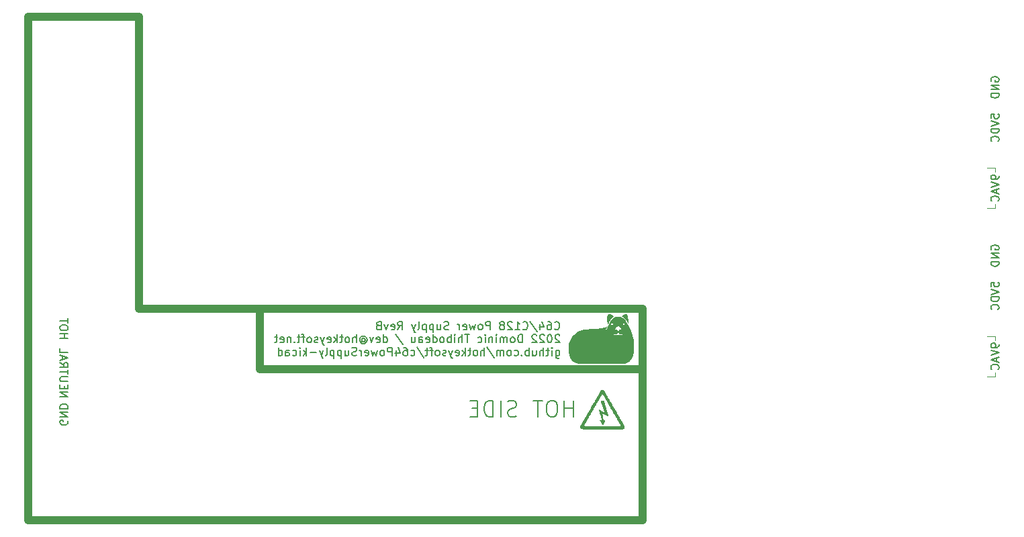
<source format=gbo>
G04 #@! TF.GenerationSoftware,KiCad,Pcbnew,(6.0.7)*
G04 #@! TF.CreationDate,2022-09-18T10:38:10-04:00*
G04 #@! TF.ProjectId,C64PowerSupply,43363450-6f77-4657-9253-7570706c792e,B*
G04 #@! TF.SameCoordinates,Original*
G04 #@! TF.FileFunction,Legend,Bot*
G04 #@! TF.FilePolarity,Positive*
%FSLAX46Y46*%
G04 Gerber Fmt 4.6, Leading zero omitted, Abs format (unit mm)*
G04 Created by KiCad (PCBNEW (6.0.7)) date 2022-09-18 10:38:10*
%MOMM*%
%LPD*%
G01*
G04 APERTURE LIST*
%ADD10C,0.120000*%
%ADD11C,1.000000*%
%ADD12C,0.150000*%
%ADD13C,0.203200*%
%ADD14C,5.080000*%
%ADD15R,3.048000X3.048000*%
%ADD16C,3.400000*%
%ADD17R,2.600000X2.600000*%
%ADD18C,2.600000*%
%ADD19C,2.500000*%
%ADD20R,2.400000X2.400000*%
%ADD21C,2.400000*%
%ADD22C,5.700000*%
%ADD23C,1.440000*%
%ADD24C,0.770000*%
%ADD25C,1.800000*%
%ADD26R,2.000000X2.000000*%
%ADD27C,2.000000*%
G04 APERTURE END LIST*
D10*
X191770000Y-102510000D02*
X190754000Y-102510000D01*
D11*
X83820000Y-99060000D02*
X99060000Y-99060000D01*
X99060000Y-106680000D01*
X147320000Y-106680000D01*
X147320000Y-125730000D01*
X69850000Y-125730000D01*
X69850000Y-62230000D01*
X83820000Y-62230000D01*
X83820000Y-99060000D01*
D10*
X191770000Y-102510000D02*
X191770000Y-103018000D01*
X190754000Y-107590000D02*
X191770000Y-107590000D01*
X191770000Y-85852000D02*
X191770000Y-86360000D01*
D11*
X99060000Y-106680000D02*
X147320000Y-106680000D01*
X147320000Y-106680000D02*
X147320000Y-99060000D01*
X147320000Y-99060000D02*
X99060000Y-99060000D01*
X99060000Y-99060000D02*
X99060000Y-106680000D01*
D10*
X191770000Y-81280000D02*
X191770000Y-81788000D01*
X190754000Y-86360000D02*
X191770000Y-86360000D01*
X191770000Y-107082000D02*
X191770000Y-107590000D01*
X191770000Y-81280000D02*
X190754000Y-81280000D01*
D12*
X74795000Y-113156904D02*
X74842619Y-113252142D01*
X74842619Y-113395000D01*
X74795000Y-113537857D01*
X74699761Y-113633095D01*
X74604523Y-113680714D01*
X74414047Y-113728333D01*
X74271190Y-113728333D01*
X74080714Y-113680714D01*
X73985476Y-113633095D01*
X73890238Y-113537857D01*
X73842619Y-113395000D01*
X73842619Y-113299761D01*
X73890238Y-113156904D01*
X73937857Y-113109285D01*
X74271190Y-113109285D01*
X74271190Y-113299761D01*
X73842619Y-112680714D02*
X74842619Y-112680714D01*
X73842619Y-112109285D01*
X74842619Y-112109285D01*
X73842619Y-111633095D02*
X74842619Y-111633095D01*
X74842619Y-111395000D01*
X74795000Y-111252142D01*
X74699761Y-111156904D01*
X74604523Y-111109285D01*
X74414047Y-111061666D01*
X74271190Y-111061666D01*
X74080714Y-111109285D01*
X73985476Y-111156904D01*
X73890238Y-111252142D01*
X73842619Y-111395000D01*
X73842619Y-111633095D01*
X73842619Y-110164190D02*
X74842619Y-110164190D01*
X73842619Y-109592761D01*
X74842619Y-109592761D01*
X74366428Y-109116571D02*
X74366428Y-108783238D01*
X73842619Y-108640380D02*
X73842619Y-109116571D01*
X74842619Y-109116571D01*
X74842619Y-108640380D01*
X74842619Y-108211809D02*
X74033095Y-108211809D01*
X73937857Y-108164190D01*
X73890238Y-108116571D01*
X73842619Y-108021333D01*
X73842619Y-107830857D01*
X73890238Y-107735619D01*
X73937857Y-107688000D01*
X74033095Y-107640380D01*
X74842619Y-107640380D01*
X74842619Y-107307047D02*
X74842619Y-106735619D01*
X73842619Y-107021333D02*
X74842619Y-107021333D01*
X73842619Y-105830857D02*
X74318809Y-106164190D01*
X73842619Y-106402285D02*
X74842619Y-106402285D01*
X74842619Y-106021333D01*
X74795000Y-105926095D01*
X74747380Y-105878476D01*
X74652142Y-105830857D01*
X74509285Y-105830857D01*
X74414047Y-105878476D01*
X74366428Y-105926095D01*
X74318809Y-106021333D01*
X74318809Y-106402285D01*
X74128333Y-105449904D02*
X74128333Y-104973714D01*
X73842619Y-105545142D02*
X74842619Y-105211809D01*
X73842619Y-104878476D01*
X73842619Y-104068952D02*
X73842619Y-104545142D01*
X74842619Y-104545142D01*
X73842619Y-102790476D02*
X74842619Y-102790476D01*
X74366428Y-102790476D02*
X74366428Y-102219047D01*
X73842619Y-102219047D02*
X74842619Y-102219047D01*
X74842619Y-101552380D02*
X74842619Y-101361904D01*
X74795000Y-101266666D01*
X74699761Y-101171428D01*
X74509285Y-101123809D01*
X74175952Y-101123809D01*
X73985476Y-101171428D01*
X73890238Y-101266666D01*
X73842619Y-101361904D01*
X73842619Y-101552380D01*
X73890238Y-101647619D01*
X73985476Y-101742857D01*
X74175952Y-101790476D01*
X74509285Y-101790476D01*
X74699761Y-101742857D01*
X74795000Y-101647619D01*
X74842619Y-101552380D01*
X74842619Y-100838095D02*
X74842619Y-100266666D01*
X73842619Y-100552380D02*
X74842619Y-100552380D01*
X191222380Y-75009523D02*
X191222380Y-74533333D01*
X191698571Y-74485714D01*
X191650952Y-74533333D01*
X191603333Y-74628571D01*
X191603333Y-74866666D01*
X191650952Y-74961904D01*
X191698571Y-75009523D01*
X191793809Y-75057142D01*
X192031904Y-75057142D01*
X192127142Y-75009523D01*
X192174761Y-74961904D01*
X192222380Y-74866666D01*
X192222380Y-74628571D01*
X192174761Y-74533333D01*
X192127142Y-74485714D01*
X191222380Y-75342857D02*
X192222380Y-75676190D01*
X191222380Y-76009523D01*
X192222380Y-76342857D02*
X191222380Y-76342857D01*
X191222380Y-76580952D01*
X191270000Y-76723809D01*
X191365238Y-76819047D01*
X191460476Y-76866666D01*
X191650952Y-76914285D01*
X191793809Y-76914285D01*
X191984285Y-76866666D01*
X192079523Y-76819047D01*
X192174761Y-76723809D01*
X192222380Y-76580952D01*
X192222380Y-76342857D01*
X192127142Y-77914285D02*
X192174761Y-77866666D01*
X192222380Y-77723809D01*
X192222380Y-77628571D01*
X192174761Y-77485714D01*
X192079523Y-77390476D01*
X191984285Y-77342857D01*
X191793809Y-77295238D01*
X191650952Y-77295238D01*
X191460476Y-77342857D01*
X191365238Y-77390476D01*
X191270000Y-77485714D01*
X191222380Y-77628571D01*
X191222380Y-77723809D01*
X191270000Y-77866666D01*
X191317619Y-77914285D01*
X192222380Y-103502380D02*
X192222380Y-103692857D01*
X192174761Y-103788095D01*
X192127142Y-103835714D01*
X191984285Y-103930952D01*
X191793809Y-103978571D01*
X191412857Y-103978571D01*
X191317619Y-103930952D01*
X191270000Y-103883333D01*
X191222380Y-103788095D01*
X191222380Y-103597619D01*
X191270000Y-103502380D01*
X191317619Y-103454761D01*
X191412857Y-103407142D01*
X191650952Y-103407142D01*
X191746190Y-103454761D01*
X191793809Y-103502380D01*
X191841428Y-103597619D01*
X191841428Y-103788095D01*
X191793809Y-103883333D01*
X191746190Y-103930952D01*
X191650952Y-103978571D01*
X191222380Y-104264285D02*
X192222380Y-104597619D01*
X191222380Y-104930952D01*
X191936666Y-105216666D02*
X191936666Y-105692857D01*
X192222380Y-105121428D02*
X191222380Y-105454761D01*
X192222380Y-105788095D01*
X192127142Y-106692857D02*
X192174761Y-106645238D01*
X192222380Y-106502380D01*
X192222380Y-106407142D01*
X192174761Y-106264285D01*
X192079523Y-106169047D01*
X191984285Y-106121428D01*
X191793809Y-106073809D01*
X191650952Y-106073809D01*
X191460476Y-106121428D01*
X191365238Y-106169047D01*
X191270000Y-106264285D01*
X191222380Y-106407142D01*
X191222380Y-106502380D01*
X191270000Y-106645238D01*
X191317619Y-106692857D01*
D13*
X138556190Y-112664761D02*
X138556190Y-110664761D01*
X138556190Y-111617142D02*
X137413333Y-111617142D01*
X137413333Y-112664761D02*
X137413333Y-110664761D01*
X136080000Y-110664761D02*
X135699047Y-110664761D01*
X135508571Y-110760000D01*
X135318095Y-110950476D01*
X135222857Y-111331428D01*
X135222857Y-111998095D01*
X135318095Y-112379047D01*
X135508571Y-112569523D01*
X135699047Y-112664761D01*
X136080000Y-112664761D01*
X136270476Y-112569523D01*
X136460952Y-112379047D01*
X136556190Y-111998095D01*
X136556190Y-111331428D01*
X136460952Y-110950476D01*
X136270476Y-110760000D01*
X136080000Y-110664761D01*
X134651428Y-110664761D02*
X133508571Y-110664761D01*
X134080000Y-112664761D02*
X134080000Y-110664761D01*
X131413333Y-112569523D02*
X131127619Y-112664761D01*
X130651428Y-112664761D01*
X130460952Y-112569523D01*
X130365714Y-112474285D01*
X130270476Y-112283809D01*
X130270476Y-112093333D01*
X130365714Y-111902857D01*
X130460952Y-111807619D01*
X130651428Y-111712380D01*
X131032380Y-111617142D01*
X131222857Y-111521904D01*
X131318095Y-111426666D01*
X131413333Y-111236190D01*
X131413333Y-111045714D01*
X131318095Y-110855238D01*
X131222857Y-110760000D01*
X131032380Y-110664761D01*
X130556190Y-110664761D01*
X130270476Y-110760000D01*
X129413333Y-112664761D02*
X129413333Y-110664761D01*
X128460952Y-112664761D02*
X128460952Y-110664761D01*
X127984761Y-110664761D01*
X127699047Y-110760000D01*
X127508571Y-110950476D01*
X127413333Y-111140952D01*
X127318095Y-111521904D01*
X127318095Y-111807619D01*
X127413333Y-112188571D01*
X127508571Y-112379047D01*
X127699047Y-112569523D01*
X127984761Y-112664761D01*
X128460952Y-112664761D01*
X126460952Y-111617142D02*
X125794285Y-111617142D01*
X125508571Y-112664761D02*
X126460952Y-112664761D01*
X126460952Y-110664761D01*
X125508571Y-110664761D01*
D12*
X191222380Y-96239523D02*
X191222380Y-95763333D01*
X191698571Y-95715714D01*
X191650952Y-95763333D01*
X191603333Y-95858571D01*
X191603333Y-96096666D01*
X191650952Y-96191904D01*
X191698571Y-96239523D01*
X191793809Y-96287142D01*
X192031904Y-96287142D01*
X192127142Y-96239523D01*
X192174761Y-96191904D01*
X192222380Y-96096666D01*
X192222380Y-95858571D01*
X192174761Y-95763333D01*
X192127142Y-95715714D01*
X191222380Y-96572857D02*
X192222380Y-96906190D01*
X191222380Y-97239523D01*
X192222380Y-97572857D02*
X191222380Y-97572857D01*
X191222380Y-97810952D01*
X191270000Y-97953809D01*
X191365238Y-98049047D01*
X191460476Y-98096666D01*
X191650952Y-98144285D01*
X191793809Y-98144285D01*
X191984285Y-98096666D01*
X192079523Y-98049047D01*
X192174761Y-97953809D01*
X192222380Y-97810952D01*
X192222380Y-97572857D01*
X192127142Y-99144285D02*
X192174761Y-99096666D01*
X192222380Y-98953809D01*
X192222380Y-98858571D01*
X192174761Y-98715714D01*
X192079523Y-98620476D01*
X191984285Y-98572857D01*
X191793809Y-98525238D01*
X191650952Y-98525238D01*
X191460476Y-98572857D01*
X191365238Y-98620476D01*
X191270000Y-98715714D01*
X191222380Y-98858571D01*
X191222380Y-98953809D01*
X191270000Y-99096666D01*
X191317619Y-99144285D01*
X191270000Y-70358095D02*
X191222380Y-70262857D01*
X191222380Y-70120000D01*
X191270000Y-69977142D01*
X191365238Y-69881904D01*
X191460476Y-69834285D01*
X191650952Y-69786666D01*
X191793809Y-69786666D01*
X191984285Y-69834285D01*
X192079523Y-69881904D01*
X192174761Y-69977142D01*
X192222380Y-70120000D01*
X192222380Y-70215238D01*
X192174761Y-70358095D01*
X192127142Y-70405714D01*
X191793809Y-70405714D01*
X191793809Y-70215238D01*
X192222380Y-70834285D02*
X191222380Y-70834285D01*
X192222380Y-71405714D01*
X191222380Y-71405714D01*
X192222380Y-71881904D02*
X191222380Y-71881904D01*
X191222380Y-72120000D01*
X191270000Y-72262857D01*
X191365238Y-72358095D01*
X191460476Y-72405714D01*
X191650952Y-72453333D01*
X191793809Y-72453333D01*
X191984285Y-72405714D01*
X192079523Y-72358095D01*
X192174761Y-72262857D01*
X192222380Y-72120000D01*
X192222380Y-71881904D01*
X192222380Y-82272380D02*
X192222380Y-82462857D01*
X192174761Y-82558095D01*
X192127142Y-82605714D01*
X191984285Y-82700952D01*
X191793809Y-82748571D01*
X191412857Y-82748571D01*
X191317619Y-82700952D01*
X191270000Y-82653333D01*
X191222380Y-82558095D01*
X191222380Y-82367619D01*
X191270000Y-82272380D01*
X191317619Y-82224761D01*
X191412857Y-82177142D01*
X191650952Y-82177142D01*
X191746190Y-82224761D01*
X191793809Y-82272380D01*
X191841428Y-82367619D01*
X191841428Y-82558095D01*
X191793809Y-82653333D01*
X191746190Y-82700952D01*
X191650952Y-82748571D01*
X191222380Y-83034285D02*
X192222380Y-83367619D01*
X191222380Y-83700952D01*
X191936666Y-83986666D02*
X191936666Y-84462857D01*
X192222380Y-83891428D02*
X191222380Y-84224761D01*
X192222380Y-84558095D01*
X192127142Y-85462857D02*
X192174761Y-85415238D01*
X192222380Y-85272380D01*
X192222380Y-85177142D01*
X192174761Y-85034285D01*
X192079523Y-84939047D01*
X191984285Y-84891428D01*
X191793809Y-84843809D01*
X191650952Y-84843809D01*
X191460476Y-84891428D01*
X191365238Y-84939047D01*
X191270000Y-85034285D01*
X191222380Y-85177142D01*
X191222380Y-85272380D01*
X191270000Y-85415238D01*
X191317619Y-85462857D01*
X191270000Y-91588095D02*
X191222380Y-91492857D01*
X191222380Y-91350000D01*
X191270000Y-91207142D01*
X191365238Y-91111904D01*
X191460476Y-91064285D01*
X191650952Y-91016666D01*
X191793809Y-91016666D01*
X191984285Y-91064285D01*
X192079523Y-91111904D01*
X192174761Y-91207142D01*
X192222380Y-91350000D01*
X192222380Y-91445238D01*
X192174761Y-91588095D01*
X192127142Y-91635714D01*
X191793809Y-91635714D01*
X191793809Y-91445238D01*
X192222380Y-92064285D02*
X191222380Y-92064285D01*
X192222380Y-92635714D01*
X191222380Y-92635714D01*
X192222380Y-93111904D02*
X191222380Y-93111904D01*
X191222380Y-93350000D01*
X191270000Y-93492857D01*
X191365238Y-93588095D01*
X191460476Y-93635714D01*
X191650952Y-93683333D01*
X191793809Y-93683333D01*
X191984285Y-93635714D01*
X192079523Y-93588095D01*
X192174761Y-93492857D01*
X192222380Y-93350000D01*
X192222380Y-93111904D01*
D13*
X136205443Y-101597097D02*
X136253824Y-101645478D01*
X136398967Y-101693859D01*
X136495729Y-101693859D01*
X136640872Y-101645478D01*
X136737634Y-101548716D01*
X136786015Y-101451954D01*
X136834396Y-101258430D01*
X136834396Y-101113287D01*
X136786015Y-100919763D01*
X136737634Y-100823001D01*
X136640872Y-100726240D01*
X136495729Y-100677859D01*
X136398967Y-100677859D01*
X136253824Y-100726240D01*
X136205443Y-100774620D01*
X135334586Y-100677859D02*
X135528110Y-100677859D01*
X135624872Y-100726240D01*
X135673253Y-100774620D01*
X135770015Y-100919763D01*
X135818396Y-101113287D01*
X135818396Y-101500335D01*
X135770015Y-101597097D01*
X135721634Y-101645478D01*
X135624872Y-101693859D01*
X135431348Y-101693859D01*
X135334586Y-101645478D01*
X135286205Y-101597097D01*
X135237824Y-101500335D01*
X135237824Y-101258430D01*
X135286205Y-101161668D01*
X135334586Y-101113287D01*
X135431348Y-101064906D01*
X135624872Y-101064906D01*
X135721634Y-101113287D01*
X135770015Y-101161668D01*
X135818396Y-101258430D01*
X134366967Y-101016525D02*
X134366967Y-101693859D01*
X134608872Y-100629478D02*
X134850777Y-101355192D01*
X134221824Y-101355192D01*
X133109062Y-100629478D02*
X133979920Y-101935763D01*
X132189824Y-101597097D02*
X132238205Y-101645478D01*
X132383348Y-101693859D01*
X132480110Y-101693859D01*
X132625253Y-101645478D01*
X132722015Y-101548716D01*
X132770396Y-101451954D01*
X132818777Y-101258430D01*
X132818777Y-101113287D01*
X132770396Y-100919763D01*
X132722015Y-100823001D01*
X132625253Y-100726240D01*
X132480110Y-100677859D01*
X132383348Y-100677859D01*
X132238205Y-100726240D01*
X132189824Y-100774620D01*
X131222205Y-101693859D02*
X131802777Y-101693859D01*
X131512491Y-101693859D02*
X131512491Y-100677859D01*
X131609253Y-100823001D01*
X131706015Y-100919763D01*
X131802777Y-100968144D01*
X130835158Y-100774620D02*
X130786777Y-100726240D01*
X130690015Y-100677859D01*
X130448110Y-100677859D01*
X130351348Y-100726240D01*
X130302967Y-100774620D01*
X130254586Y-100871382D01*
X130254586Y-100968144D01*
X130302967Y-101113287D01*
X130883539Y-101693859D01*
X130254586Y-101693859D01*
X129674015Y-101113287D02*
X129770777Y-101064906D01*
X129819158Y-101016525D01*
X129867539Y-100919763D01*
X129867539Y-100871382D01*
X129819158Y-100774620D01*
X129770777Y-100726240D01*
X129674015Y-100677859D01*
X129480491Y-100677859D01*
X129383729Y-100726240D01*
X129335348Y-100774620D01*
X129286967Y-100871382D01*
X129286967Y-100919763D01*
X129335348Y-101016525D01*
X129383729Y-101064906D01*
X129480491Y-101113287D01*
X129674015Y-101113287D01*
X129770777Y-101161668D01*
X129819158Y-101210049D01*
X129867539Y-101306811D01*
X129867539Y-101500335D01*
X129819158Y-101597097D01*
X129770777Y-101645478D01*
X129674015Y-101693859D01*
X129480491Y-101693859D01*
X129383729Y-101645478D01*
X129335348Y-101597097D01*
X129286967Y-101500335D01*
X129286967Y-101306811D01*
X129335348Y-101210049D01*
X129383729Y-101161668D01*
X129480491Y-101113287D01*
X128077443Y-101693859D02*
X128077443Y-100677859D01*
X127690396Y-100677859D01*
X127593634Y-100726240D01*
X127545253Y-100774620D01*
X127496872Y-100871382D01*
X127496872Y-101016525D01*
X127545253Y-101113287D01*
X127593634Y-101161668D01*
X127690396Y-101210049D01*
X128077443Y-101210049D01*
X126916300Y-101693859D02*
X127013062Y-101645478D01*
X127061443Y-101597097D01*
X127109824Y-101500335D01*
X127109824Y-101210049D01*
X127061443Y-101113287D01*
X127013062Y-101064906D01*
X126916300Y-101016525D01*
X126771158Y-101016525D01*
X126674396Y-101064906D01*
X126626015Y-101113287D01*
X126577634Y-101210049D01*
X126577634Y-101500335D01*
X126626015Y-101597097D01*
X126674396Y-101645478D01*
X126771158Y-101693859D01*
X126916300Y-101693859D01*
X126238967Y-101016525D02*
X126045443Y-101693859D01*
X125851920Y-101210049D01*
X125658396Y-101693859D01*
X125464872Y-101016525D01*
X124690777Y-101645478D02*
X124787539Y-101693859D01*
X124981062Y-101693859D01*
X125077824Y-101645478D01*
X125126205Y-101548716D01*
X125126205Y-101161668D01*
X125077824Y-101064906D01*
X124981062Y-101016525D01*
X124787539Y-101016525D01*
X124690777Y-101064906D01*
X124642396Y-101161668D01*
X124642396Y-101258430D01*
X125126205Y-101355192D01*
X124206967Y-101693859D02*
X124206967Y-101016525D01*
X124206967Y-101210049D02*
X124158586Y-101113287D01*
X124110205Y-101064906D01*
X124013443Y-101016525D01*
X123916681Y-101016525D01*
X122852300Y-101645478D02*
X122707158Y-101693859D01*
X122465253Y-101693859D01*
X122368491Y-101645478D01*
X122320110Y-101597097D01*
X122271729Y-101500335D01*
X122271729Y-101403573D01*
X122320110Y-101306811D01*
X122368491Y-101258430D01*
X122465253Y-101210049D01*
X122658777Y-101161668D01*
X122755539Y-101113287D01*
X122803920Y-101064906D01*
X122852300Y-100968144D01*
X122852300Y-100871382D01*
X122803920Y-100774620D01*
X122755539Y-100726240D01*
X122658777Y-100677859D01*
X122416872Y-100677859D01*
X122271729Y-100726240D01*
X121400872Y-101016525D02*
X121400872Y-101693859D01*
X121836300Y-101016525D02*
X121836300Y-101548716D01*
X121787920Y-101645478D01*
X121691158Y-101693859D01*
X121546015Y-101693859D01*
X121449253Y-101645478D01*
X121400872Y-101597097D01*
X120917062Y-101016525D02*
X120917062Y-102032525D01*
X120917062Y-101064906D02*
X120820300Y-101016525D01*
X120626777Y-101016525D01*
X120530015Y-101064906D01*
X120481634Y-101113287D01*
X120433253Y-101210049D01*
X120433253Y-101500335D01*
X120481634Y-101597097D01*
X120530015Y-101645478D01*
X120626777Y-101693859D01*
X120820300Y-101693859D01*
X120917062Y-101645478D01*
X119997824Y-101016525D02*
X119997824Y-102032525D01*
X119997824Y-101064906D02*
X119901062Y-101016525D01*
X119707539Y-101016525D01*
X119610777Y-101064906D01*
X119562396Y-101113287D01*
X119514015Y-101210049D01*
X119514015Y-101500335D01*
X119562396Y-101597097D01*
X119610777Y-101645478D01*
X119707539Y-101693859D01*
X119901062Y-101693859D01*
X119997824Y-101645478D01*
X118933443Y-101693859D02*
X119030205Y-101645478D01*
X119078586Y-101548716D01*
X119078586Y-100677859D01*
X118643158Y-101016525D02*
X118401253Y-101693859D01*
X118159348Y-101016525D02*
X118401253Y-101693859D01*
X118498015Y-101935763D01*
X118546396Y-101984144D01*
X118643158Y-102032525D01*
X116417634Y-101693859D02*
X116756300Y-101210049D01*
X116998205Y-101693859D02*
X116998205Y-100677859D01*
X116611158Y-100677859D01*
X116514396Y-100726240D01*
X116466015Y-100774620D01*
X116417634Y-100871382D01*
X116417634Y-101016525D01*
X116466015Y-101113287D01*
X116514396Y-101161668D01*
X116611158Y-101210049D01*
X116998205Y-101210049D01*
X115595158Y-101645478D02*
X115691920Y-101693859D01*
X115885443Y-101693859D01*
X115982205Y-101645478D01*
X116030586Y-101548716D01*
X116030586Y-101161668D01*
X115982205Y-101064906D01*
X115885443Y-101016525D01*
X115691920Y-101016525D01*
X115595158Y-101064906D01*
X115546777Y-101161668D01*
X115546777Y-101258430D01*
X116030586Y-101355192D01*
X115208110Y-101016525D02*
X114966205Y-101693859D01*
X114724300Y-101016525D01*
X113998586Y-101161668D02*
X113853443Y-101210049D01*
X113805062Y-101258430D01*
X113756681Y-101355192D01*
X113756681Y-101500335D01*
X113805062Y-101597097D01*
X113853443Y-101645478D01*
X113950205Y-101693859D01*
X114337253Y-101693859D01*
X114337253Y-100677859D01*
X113998586Y-100677859D01*
X113901824Y-100726240D01*
X113853443Y-100774620D01*
X113805062Y-100871382D01*
X113805062Y-100968144D01*
X113853443Y-101064906D01*
X113901824Y-101113287D01*
X113998586Y-101161668D01*
X114337253Y-101161668D01*
X136834396Y-102410380D02*
X136786015Y-102362000D01*
X136689253Y-102313619D01*
X136447348Y-102313619D01*
X136350586Y-102362000D01*
X136302205Y-102410380D01*
X136253824Y-102507142D01*
X136253824Y-102603904D01*
X136302205Y-102749047D01*
X136882777Y-103329619D01*
X136253824Y-103329619D01*
X135624872Y-102313619D02*
X135528110Y-102313619D01*
X135431348Y-102362000D01*
X135382967Y-102410380D01*
X135334586Y-102507142D01*
X135286205Y-102700666D01*
X135286205Y-102942571D01*
X135334586Y-103136095D01*
X135382967Y-103232857D01*
X135431348Y-103281238D01*
X135528110Y-103329619D01*
X135624872Y-103329619D01*
X135721634Y-103281238D01*
X135770015Y-103232857D01*
X135818396Y-103136095D01*
X135866777Y-102942571D01*
X135866777Y-102700666D01*
X135818396Y-102507142D01*
X135770015Y-102410380D01*
X135721634Y-102362000D01*
X135624872Y-102313619D01*
X134899158Y-102410380D02*
X134850777Y-102362000D01*
X134754015Y-102313619D01*
X134512110Y-102313619D01*
X134415348Y-102362000D01*
X134366967Y-102410380D01*
X134318586Y-102507142D01*
X134318586Y-102603904D01*
X134366967Y-102749047D01*
X134947539Y-103329619D01*
X134318586Y-103329619D01*
X133931539Y-102410380D02*
X133883158Y-102362000D01*
X133786396Y-102313619D01*
X133544491Y-102313619D01*
X133447729Y-102362000D01*
X133399348Y-102410380D01*
X133350967Y-102507142D01*
X133350967Y-102603904D01*
X133399348Y-102749047D01*
X133979920Y-103329619D01*
X133350967Y-103329619D01*
X132141443Y-103329619D02*
X132141443Y-102313619D01*
X131899539Y-102313619D01*
X131754396Y-102362000D01*
X131657634Y-102458761D01*
X131609253Y-102555523D01*
X131560872Y-102749047D01*
X131560872Y-102894190D01*
X131609253Y-103087714D01*
X131657634Y-103184476D01*
X131754396Y-103281238D01*
X131899539Y-103329619D01*
X132141443Y-103329619D01*
X130980300Y-103329619D02*
X131077062Y-103281238D01*
X131125443Y-103232857D01*
X131173824Y-103136095D01*
X131173824Y-102845809D01*
X131125443Y-102749047D01*
X131077062Y-102700666D01*
X130980300Y-102652285D01*
X130835158Y-102652285D01*
X130738396Y-102700666D01*
X130690015Y-102749047D01*
X130641634Y-102845809D01*
X130641634Y-103136095D01*
X130690015Y-103232857D01*
X130738396Y-103281238D01*
X130835158Y-103329619D01*
X130980300Y-103329619D01*
X130206205Y-103329619D02*
X130206205Y-102652285D01*
X130206205Y-102749047D02*
X130157824Y-102700666D01*
X130061062Y-102652285D01*
X129915920Y-102652285D01*
X129819158Y-102700666D01*
X129770777Y-102797428D01*
X129770777Y-103329619D01*
X129770777Y-102797428D02*
X129722396Y-102700666D01*
X129625634Y-102652285D01*
X129480491Y-102652285D01*
X129383729Y-102700666D01*
X129335348Y-102797428D01*
X129335348Y-103329619D01*
X128851539Y-103329619D02*
X128851539Y-102652285D01*
X128851539Y-102313619D02*
X128899920Y-102362000D01*
X128851539Y-102410380D01*
X128803158Y-102362000D01*
X128851539Y-102313619D01*
X128851539Y-102410380D01*
X128367729Y-102652285D02*
X128367729Y-103329619D01*
X128367729Y-102749047D02*
X128319348Y-102700666D01*
X128222586Y-102652285D01*
X128077443Y-102652285D01*
X127980681Y-102700666D01*
X127932300Y-102797428D01*
X127932300Y-103329619D01*
X127448491Y-103329619D02*
X127448491Y-102652285D01*
X127448491Y-102313619D02*
X127496872Y-102362000D01*
X127448491Y-102410380D01*
X127400110Y-102362000D01*
X127448491Y-102313619D01*
X127448491Y-102410380D01*
X126529253Y-103281238D02*
X126626015Y-103329619D01*
X126819539Y-103329619D01*
X126916300Y-103281238D01*
X126964681Y-103232857D01*
X127013062Y-103136095D01*
X127013062Y-102845809D01*
X126964681Y-102749047D01*
X126916300Y-102700666D01*
X126819539Y-102652285D01*
X126626015Y-102652285D01*
X126529253Y-102700666D01*
X125464872Y-102313619D02*
X124884300Y-102313619D01*
X125174586Y-103329619D02*
X125174586Y-102313619D01*
X124545634Y-103329619D02*
X124545634Y-102313619D01*
X124110205Y-103329619D02*
X124110205Y-102797428D01*
X124158586Y-102700666D01*
X124255348Y-102652285D01*
X124400491Y-102652285D01*
X124497253Y-102700666D01*
X124545634Y-102749047D01*
X123626396Y-103329619D02*
X123626396Y-102652285D01*
X123626396Y-102313619D02*
X123674777Y-102362000D01*
X123626396Y-102410380D01*
X123578015Y-102362000D01*
X123626396Y-102313619D01*
X123626396Y-102410380D01*
X123142586Y-103329619D02*
X123142586Y-102313619D01*
X123142586Y-102700666D02*
X123045824Y-102652285D01*
X122852300Y-102652285D01*
X122755539Y-102700666D01*
X122707158Y-102749047D01*
X122658777Y-102845809D01*
X122658777Y-103136095D01*
X122707158Y-103232857D01*
X122755539Y-103281238D01*
X122852300Y-103329619D01*
X123045824Y-103329619D01*
X123142586Y-103281238D01*
X122078205Y-103329619D02*
X122174967Y-103281238D01*
X122223348Y-103232857D01*
X122271729Y-103136095D01*
X122271729Y-102845809D01*
X122223348Y-102749047D01*
X122174967Y-102700666D01*
X122078205Y-102652285D01*
X121933062Y-102652285D01*
X121836300Y-102700666D01*
X121787920Y-102749047D01*
X121739539Y-102845809D01*
X121739539Y-103136095D01*
X121787920Y-103232857D01*
X121836300Y-103281238D01*
X121933062Y-103329619D01*
X122078205Y-103329619D01*
X120868681Y-103329619D02*
X120868681Y-102313619D01*
X120868681Y-103281238D02*
X120965443Y-103329619D01*
X121158967Y-103329619D01*
X121255729Y-103281238D01*
X121304110Y-103232857D01*
X121352491Y-103136095D01*
X121352491Y-102845809D01*
X121304110Y-102749047D01*
X121255729Y-102700666D01*
X121158967Y-102652285D01*
X120965443Y-102652285D01*
X120868681Y-102700666D01*
X119997824Y-103281238D02*
X120094586Y-103329619D01*
X120288110Y-103329619D01*
X120384872Y-103281238D01*
X120433253Y-103184476D01*
X120433253Y-102797428D01*
X120384872Y-102700666D01*
X120288110Y-102652285D01*
X120094586Y-102652285D01*
X119997824Y-102700666D01*
X119949443Y-102797428D01*
X119949443Y-102894190D01*
X120433253Y-102990952D01*
X119078586Y-103329619D02*
X119078586Y-102797428D01*
X119126967Y-102700666D01*
X119223729Y-102652285D01*
X119417253Y-102652285D01*
X119514015Y-102700666D01*
X119078586Y-103281238D02*
X119175348Y-103329619D01*
X119417253Y-103329619D01*
X119514015Y-103281238D01*
X119562396Y-103184476D01*
X119562396Y-103087714D01*
X119514015Y-102990952D01*
X119417253Y-102942571D01*
X119175348Y-102942571D01*
X119078586Y-102894190D01*
X118159348Y-102652285D02*
X118159348Y-103329619D01*
X118594777Y-102652285D02*
X118594777Y-103184476D01*
X118546396Y-103281238D01*
X118449634Y-103329619D01*
X118304491Y-103329619D01*
X118207729Y-103281238D01*
X118159348Y-103232857D01*
X116175729Y-102265238D02*
X117046586Y-103571523D01*
X114627539Y-103329619D02*
X114627539Y-102313619D01*
X114627539Y-103281238D02*
X114724300Y-103329619D01*
X114917824Y-103329619D01*
X115014586Y-103281238D01*
X115062967Y-103232857D01*
X115111348Y-103136095D01*
X115111348Y-102845809D01*
X115062967Y-102749047D01*
X115014586Y-102700666D01*
X114917824Y-102652285D01*
X114724300Y-102652285D01*
X114627539Y-102700666D01*
X113756681Y-103281238D02*
X113853443Y-103329619D01*
X114046967Y-103329619D01*
X114143729Y-103281238D01*
X114192110Y-103184476D01*
X114192110Y-102797428D01*
X114143729Y-102700666D01*
X114046967Y-102652285D01*
X113853443Y-102652285D01*
X113756681Y-102700666D01*
X113708300Y-102797428D01*
X113708300Y-102894190D01*
X114192110Y-102990952D01*
X113369634Y-102652285D02*
X113127729Y-103329619D01*
X112885824Y-102652285D01*
X111869824Y-102845809D02*
X111918205Y-102797428D01*
X112014967Y-102749047D01*
X112111729Y-102749047D01*
X112208491Y-102797428D01*
X112256872Y-102845809D01*
X112305253Y-102942571D01*
X112305253Y-103039333D01*
X112256872Y-103136095D01*
X112208491Y-103184476D01*
X112111729Y-103232857D01*
X112014967Y-103232857D01*
X111918205Y-103184476D01*
X111869824Y-103136095D01*
X111869824Y-102749047D02*
X111869824Y-103136095D01*
X111821443Y-103184476D01*
X111773062Y-103184476D01*
X111676300Y-103136095D01*
X111627920Y-103039333D01*
X111627920Y-102797428D01*
X111724681Y-102652285D01*
X111869824Y-102555523D01*
X112063348Y-102507142D01*
X112256872Y-102555523D01*
X112402015Y-102652285D01*
X112498777Y-102797428D01*
X112547158Y-102990952D01*
X112498777Y-103184476D01*
X112402015Y-103329619D01*
X112256872Y-103426380D01*
X112063348Y-103474761D01*
X111869824Y-103426380D01*
X111724681Y-103329619D01*
X111192491Y-103329619D02*
X111192491Y-102313619D01*
X110757062Y-103329619D02*
X110757062Y-102797428D01*
X110805443Y-102700666D01*
X110902205Y-102652285D01*
X111047348Y-102652285D01*
X111144110Y-102700666D01*
X111192491Y-102749047D01*
X110128110Y-103329619D02*
X110224872Y-103281238D01*
X110273253Y-103232857D01*
X110321634Y-103136095D01*
X110321634Y-102845809D01*
X110273253Y-102749047D01*
X110224872Y-102700666D01*
X110128110Y-102652285D01*
X109982967Y-102652285D01*
X109886205Y-102700666D01*
X109837824Y-102749047D01*
X109789443Y-102845809D01*
X109789443Y-103136095D01*
X109837824Y-103232857D01*
X109886205Y-103281238D01*
X109982967Y-103329619D01*
X110128110Y-103329619D01*
X109499158Y-102652285D02*
X109112110Y-102652285D01*
X109354015Y-102313619D02*
X109354015Y-103184476D01*
X109305634Y-103281238D01*
X109208872Y-103329619D01*
X109112110Y-103329619D01*
X108773443Y-103329619D02*
X108773443Y-102313619D01*
X108676681Y-102942571D02*
X108386396Y-103329619D01*
X108386396Y-102652285D02*
X108773443Y-103039333D01*
X107563920Y-103281238D02*
X107660681Y-103329619D01*
X107854205Y-103329619D01*
X107950967Y-103281238D01*
X107999348Y-103184476D01*
X107999348Y-102797428D01*
X107950967Y-102700666D01*
X107854205Y-102652285D01*
X107660681Y-102652285D01*
X107563920Y-102700666D01*
X107515539Y-102797428D01*
X107515539Y-102894190D01*
X107999348Y-102990952D01*
X107176872Y-102652285D02*
X106934967Y-103329619D01*
X106693062Y-102652285D02*
X106934967Y-103329619D01*
X107031729Y-103571523D01*
X107080110Y-103619904D01*
X107176872Y-103668285D01*
X106354396Y-103281238D02*
X106257634Y-103329619D01*
X106064110Y-103329619D01*
X105967348Y-103281238D01*
X105918967Y-103184476D01*
X105918967Y-103136095D01*
X105967348Y-103039333D01*
X106064110Y-102990952D01*
X106209253Y-102990952D01*
X106306015Y-102942571D01*
X106354396Y-102845809D01*
X106354396Y-102797428D01*
X106306015Y-102700666D01*
X106209253Y-102652285D01*
X106064110Y-102652285D01*
X105967348Y-102700666D01*
X105338396Y-103329619D02*
X105435158Y-103281238D01*
X105483539Y-103232857D01*
X105531920Y-103136095D01*
X105531920Y-102845809D01*
X105483539Y-102749047D01*
X105435158Y-102700666D01*
X105338396Y-102652285D01*
X105193253Y-102652285D01*
X105096491Y-102700666D01*
X105048110Y-102749047D01*
X104999729Y-102845809D01*
X104999729Y-103136095D01*
X105048110Y-103232857D01*
X105096491Y-103281238D01*
X105193253Y-103329619D01*
X105338396Y-103329619D01*
X104709443Y-102652285D02*
X104322396Y-102652285D01*
X104564300Y-103329619D02*
X104564300Y-102458761D01*
X104515920Y-102362000D01*
X104419158Y-102313619D01*
X104322396Y-102313619D01*
X104128872Y-102652285D02*
X103741824Y-102652285D01*
X103983729Y-102313619D02*
X103983729Y-103184476D01*
X103935348Y-103281238D01*
X103838586Y-103329619D01*
X103741824Y-103329619D01*
X103403158Y-103232857D02*
X103354777Y-103281238D01*
X103403158Y-103329619D01*
X103451539Y-103281238D01*
X103403158Y-103232857D01*
X103403158Y-103329619D01*
X102919348Y-102652285D02*
X102919348Y-103329619D01*
X102919348Y-102749047D02*
X102870967Y-102700666D01*
X102774205Y-102652285D01*
X102629062Y-102652285D01*
X102532300Y-102700666D01*
X102483920Y-102797428D01*
X102483920Y-103329619D01*
X101613062Y-103281238D02*
X101709824Y-103329619D01*
X101903348Y-103329619D01*
X102000110Y-103281238D01*
X102048491Y-103184476D01*
X102048491Y-102797428D01*
X102000110Y-102700666D01*
X101903348Y-102652285D01*
X101709824Y-102652285D01*
X101613062Y-102700666D01*
X101564681Y-102797428D01*
X101564681Y-102894190D01*
X102048491Y-102990952D01*
X101274396Y-102652285D02*
X100887348Y-102652285D01*
X101129253Y-102313619D02*
X101129253Y-103184476D01*
X101080872Y-103281238D01*
X100984110Y-103329619D01*
X100887348Y-103329619D01*
X136350586Y-104288045D02*
X136350586Y-105110521D01*
X136398967Y-105207283D01*
X136447348Y-105255664D01*
X136544110Y-105304045D01*
X136689253Y-105304045D01*
X136786015Y-105255664D01*
X136350586Y-104916998D02*
X136447348Y-104965379D01*
X136640872Y-104965379D01*
X136737634Y-104916998D01*
X136786015Y-104868617D01*
X136834396Y-104771855D01*
X136834396Y-104481569D01*
X136786015Y-104384807D01*
X136737634Y-104336426D01*
X136640872Y-104288045D01*
X136447348Y-104288045D01*
X136350586Y-104336426D01*
X135866777Y-104965379D02*
X135866777Y-104288045D01*
X135866777Y-103949379D02*
X135915158Y-103997760D01*
X135866777Y-104046140D01*
X135818396Y-103997760D01*
X135866777Y-103949379D01*
X135866777Y-104046140D01*
X135528110Y-104288045D02*
X135141062Y-104288045D01*
X135382967Y-103949379D02*
X135382967Y-104820236D01*
X135334586Y-104916998D01*
X135237824Y-104965379D01*
X135141062Y-104965379D01*
X134802396Y-104965379D02*
X134802396Y-103949379D01*
X134366967Y-104965379D02*
X134366967Y-104433188D01*
X134415348Y-104336426D01*
X134512110Y-104288045D01*
X134657253Y-104288045D01*
X134754015Y-104336426D01*
X134802396Y-104384807D01*
X133447729Y-104288045D02*
X133447729Y-104965379D01*
X133883158Y-104288045D02*
X133883158Y-104820236D01*
X133834777Y-104916998D01*
X133738015Y-104965379D01*
X133592872Y-104965379D01*
X133496110Y-104916998D01*
X133447729Y-104868617D01*
X132963920Y-104965379D02*
X132963920Y-103949379D01*
X132963920Y-104336426D02*
X132867158Y-104288045D01*
X132673634Y-104288045D01*
X132576872Y-104336426D01*
X132528491Y-104384807D01*
X132480110Y-104481569D01*
X132480110Y-104771855D01*
X132528491Y-104868617D01*
X132576872Y-104916998D01*
X132673634Y-104965379D01*
X132867158Y-104965379D01*
X132963920Y-104916998D01*
X132044681Y-104868617D02*
X131996300Y-104916998D01*
X132044681Y-104965379D01*
X132093062Y-104916998D01*
X132044681Y-104868617D01*
X132044681Y-104965379D01*
X131125443Y-104916998D02*
X131222205Y-104965379D01*
X131415729Y-104965379D01*
X131512491Y-104916998D01*
X131560872Y-104868617D01*
X131609253Y-104771855D01*
X131609253Y-104481569D01*
X131560872Y-104384807D01*
X131512491Y-104336426D01*
X131415729Y-104288045D01*
X131222205Y-104288045D01*
X131125443Y-104336426D01*
X130544872Y-104965379D02*
X130641634Y-104916998D01*
X130690015Y-104868617D01*
X130738396Y-104771855D01*
X130738396Y-104481569D01*
X130690015Y-104384807D01*
X130641634Y-104336426D01*
X130544872Y-104288045D01*
X130399729Y-104288045D01*
X130302967Y-104336426D01*
X130254586Y-104384807D01*
X130206205Y-104481569D01*
X130206205Y-104771855D01*
X130254586Y-104868617D01*
X130302967Y-104916998D01*
X130399729Y-104965379D01*
X130544872Y-104965379D01*
X129770777Y-104965379D02*
X129770777Y-104288045D01*
X129770777Y-104384807D02*
X129722396Y-104336426D01*
X129625634Y-104288045D01*
X129480491Y-104288045D01*
X129383729Y-104336426D01*
X129335348Y-104433188D01*
X129335348Y-104965379D01*
X129335348Y-104433188D02*
X129286967Y-104336426D01*
X129190205Y-104288045D01*
X129045062Y-104288045D01*
X128948300Y-104336426D01*
X128899920Y-104433188D01*
X128899920Y-104965379D01*
X127690396Y-103900998D02*
X128561253Y-105207283D01*
X127351729Y-104965379D02*
X127351729Y-103949379D01*
X126916300Y-104965379D02*
X126916300Y-104433188D01*
X126964681Y-104336426D01*
X127061443Y-104288045D01*
X127206586Y-104288045D01*
X127303348Y-104336426D01*
X127351729Y-104384807D01*
X126287348Y-104965379D02*
X126384110Y-104916998D01*
X126432491Y-104868617D01*
X126480872Y-104771855D01*
X126480872Y-104481569D01*
X126432491Y-104384807D01*
X126384110Y-104336426D01*
X126287348Y-104288045D01*
X126142205Y-104288045D01*
X126045443Y-104336426D01*
X125997062Y-104384807D01*
X125948681Y-104481569D01*
X125948681Y-104771855D01*
X125997062Y-104868617D01*
X126045443Y-104916998D01*
X126142205Y-104965379D01*
X126287348Y-104965379D01*
X125658396Y-104288045D02*
X125271348Y-104288045D01*
X125513253Y-103949379D02*
X125513253Y-104820236D01*
X125464872Y-104916998D01*
X125368110Y-104965379D01*
X125271348Y-104965379D01*
X124932681Y-104965379D02*
X124932681Y-103949379D01*
X124835920Y-104578331D02*
X124545634Y-104965379D01*
X124545634Y-104288045D02*
X124932681Y-104675093D01*
X123723158Y-104916998D02*
X123819920Y-104965379D01*
X124013443Y-104965379D01*
X124110205Y-104916998D01*
X124158586Y-104820236D01*
X124158586Y-104433188D01*
X124110205Y-104336426D01*
X124013443Y-104288045D01*
X123819920Y-104288045D01*
X123723158Y-104336426D01*
X123674777Y-104433188D01*
X123674777Y-104529950D01*
X124158586Y-104626712D01*
X123336110Y-104288045D02*
X123094205Y-104965379D01*
X122852300Y-104288045D02*
X123094205Y-104965379D01*
X123190967Y-105207283D01*
X123239348Y-105255664D01*
X123336110Y-105304045D01*
X122513634Y-104916998D02*
X122416872Y-104965379D01*
X122223348Y-104965379D01*
X122126586Y-104916998D01*
X122078205Y-104820236D01*
X122078205Y-104771855D01*
X122126586Y-104675093D01*
X122223348Y-104626712D01*
X122368491Y-104626712D01*
X122465253Y-104578331D01*
X122513634Y-104481569D01*
X122513634Y-104433188D01*
X122465253Y-104336426D01*
X122368491Y-104288045D01*
X122223348Y-104288045D01*
X122126586Y-104336426D01*
X121497634Y-104965379D02*
X121594396Y-104916998D01*
X121642777Y-104868617D01*
X121691158Y-104771855D01*
X121691158Y-104481569D01*
X121642777Y-104384807D01*
X121594396Y-104336426D01*
X121497634Y-104288045D01*
X121352491Y-104288045D01*
X121255729Y-104336426D01*
X121207348Y-104384807D01*
X121158967Y-104481569D01*
X121158967Y-104771855D01*
X121207348Y-104868617D01*
X121255729Y-104916998D01*
X121352491Y-104965379D01*
X121497634Y-104965379D01*
X120868681Y-104288045D02*
X120481634Y-104288045D01*
X120723539Y-104965379D02*
X120723539Y-104094521D01*
X120675158Y-103997760D01*
X120578396Y-103949379D01*
X120481634Y-103949379D01*
X120288110Y-104288045D02*
X119901062Y-104288045D01*
X120142967Y-103949379D02*
X120142967Y-104820236D01*
X120094586Y-104916998D01*
X119997824Y-104965379D01*
X119901062Y-104965379D01*
X118836681Y-103900998D02*
X119707539Y-105207283D01*
X118062586Y-104916998D02*
X118159348Y-104965379D01*
X118352872Y-104965379D01*
X118449634Y-104916998D01*
X118498015Y-104868617D01*
X118546396Y-104771855D01*
X118546396Y-104481569D01*
X118498015Y-104384807D01*
X118449634Y-104336426D01*
X118352872Y-104288045D01*
X118159348Y-104288045D01*
X118062586Y-104336426D01*
X117191729Y-103949379D02*
X117385253Y-103949379D01*
X117482015Y-103997760D01*
X117530396Y-104046140D01*
X117627158Y-104191283D01*
X117675539Y-104384807D01*
X117675539Y-104771855D01*
X117627158Y-104868617D01*
X117578777Y-104916998D01*
X117482015Y-104965379D01*
X117288491Y-104965379D01*
X117191729Y-104916998D01*
X117143348Y-104868617D01*
X117094967Y-104771855D01*
X117094967Y-104529950D01*
X117143348Y-104433188D01*
X117191729Y-104384807D01*
X117288491Y-104336426D01*
X117482015Y-104336426D01*
X117578777Y-104384807D01*
X117627158Y-104433188D01*
X117675539Y-104529950D01*
X116224110Y-104288045D02*
X116224110Y-104965379D01*
X116466015Y-103900998D02*
X116707920Y-104626712D01*
X116078967Y-104626712D01*
X115691920Y-104965379D02*
X115691920Y-103949379D01*
X115304872Y-103949379D01*
X115208110Y-103997760D01*
X115159729Y-104046140D01*
X115111348Y-104142902D01*
X115111348Y-104288045D01*
X115159729Y-104384807D01*
X115208110Y-104433188D01*
X115304872Y-104481569D01*
X115691920Y-104481569D01*
X114530777Y-104965379D02*
X114627539Y-104916998D01*
X114675920Y-104868617D01*
X114724300Y-104771855D01*
X114724300Y-104481569D01*
X114675920Y-104384807D01*
X114627539Y-104336426D01*
X114530777Y-104288045D01*
X114385634Y-104288045D01*
X114288872Y-104336426D01*
X114240491Y-104384807D01*
X114192110Y-104481569D01*
X114192110Y-104771855D01*
X114240491Y-104868617D01*
X114288872Y-104916998D01*
X114385634Y-104965379D01*
X114530777Y-104965379D01*
X113853443Y-104288045D02*
X113659920Y-104965379D01*
X113466396Y-104481569D01*
X113272872Y-104965379D01*
X113079348Y-104288045D01*
X112305253Y-104916998D02*
X112402015Y-104965379D01*
X112595539Y-104965379D01*
X112692300Y-104916998D01*
X112740681Y-104820236D01*
X112740681Y-104433188D01*
X112692300Y-104336426D01*
X112595539Y-104288045D01*
X112402015Y-104288045D01*
X112305253Y-104336426D01*
X112256872Y-104433188D01*
X112256872Y-104529950D01*
X112740681Y-104626712D01*
X111821443Y-104965379D02*
X111821443Y-104288045D01*
X111821443Y-104481569D02*
X111773062Y-104384807D01*
X111724681Y-104336426D01*
X111627920Y-104288045D01*
X111531158Y-104288045D01*
X111240872Y-104916998D02*
X111095729Y-104965379D01*
X110853824Y-104965379D01*
X110757062Y-104916998D01*
X110708681Y-104868617D01*
X110660300Y-104771855D01*
X110660300Y-104675093D01*
X110708681Y-104578331D01*
X110757062Y-104529950D01*
X110853824Y-104481569D01*
X111047348Y-104433188D01*
X111144110Y-104384807D01*
X111192491Y-104336426D01*
X111240872Y-104239664D01*
X111240872Y-104142902D01*
X111192491Y-104046140D01*
X111144110Y-103997760D01*
X111047348Y-103949379D01*
X110805443Y-103949379D01*
X110660300Y-103997760D01*
X109789443Y-104288045D02*
X109789443Y-104965379D01*
X110224872Y-104288045D02*
X110224872Y-104820236D01*
X110176491Y-104916998D01*
X110079729Y-104965379D01*
X109934586Y-104965379D01*
X109837824Y-104916998D01*
X109789443Y-104868617D01*
X109305634Y-104288045D02*
X109305634Y-105304045D01*
X109305634Y-104336426D02*
X109208872Y-104288045D01*
X109015348Y-104288045D01*
X108918586Y-104336426D01*
X108870205Y-104384807D01*
X108821824Y-104481569D01*
X108821824Y-104771855D01*
X108870205Y-104868617D01*
X108918586Y-104916998D01*
X109015348Y-104965379D01*
X109208872Y-104965379D01*
X109305634Y-104916998D01*
X108386396Y-104288045D02*
X108386396Y-105304045D01*
X108386396Y-104336426D02*
X108289634Y-104288045D01*
X108096110Y-104288045D01*
X107999348Y-104336426D01*
X107950967Y-104384807D01*
X107902586Y-104481569D01*
X107902586Y-104771855D01*
X107950967Y-104868617D01*
X107999348Y-104916998D01*
X108096110Y-104965379D01*
X108289634Y-104965379D01*
X108386396Y-104916998D01*
X107322015Y-104965379D02*
X107418777Y-104916998D01*
X107467158Y-104820236D01*
X107467158Y-103949379D01*
X107031729Y-104288045D02*
X106789824Y-104965379D01*
X106547920Y-104288045D02*
X106789824Y-104965379D01*
X106886586Y-105207283D01*
X106934967Y-105255664D01*
X107031729Y-105304045D01*
X106160872Y-104578331D02*
X105386777Y-104578331D01*
X104902967Y-104965379D02*
X104902967Y-103949379D01*
X104806205Y-104578331D02*
X104515920Y-104965379D01*
X104515920Y-104288045D02*
X104902967Y-104675093D01*
X104080491Y-104965379D02*
X104080491Y-104288045D01*
X104080491Y-103949379D02*
X104128872Y-103997760D01*
X104080491Y-104046140D01*
X104032110Y-103997760D01*
X104080491Y-103949379D01*
X104080491Y-104046140D01*
X103161253Y-104916998D02*
X103258015Y-104965379D01*
X103451539Y-104965379D01*
X103548300Y-104916998D01*
X103596681Y-104868617D01*
X103645062Y-104771855D01*
X103645062Y-104481569D01*
X103596681Y-104384807D01*
X103548300Y-104336426D01*
X103451539Y-104288045D01*
X103258015Y-104288045D01*
X103161253Y-104336426D01*
X102290396Y-104965379D02*
X102290396Y-104433188D01*
X102338777Y-104336426D01*
X102435539Y-104288045D01*
X102629062Y-104288045D01*
X102725824Y-104336426D01*
X102290396Y-104916998D02*
X102387158Y-104965379D01*
X102629062Y-104965379D01*
X102725824Y-104916998D01*
X102774205Y-104820236D01*
X102774205Y-104723474D01*
X102725824Y-104626712D01*
X102629062Y-104578331D01*
X102387158Y-104578331D01*
X102290396Y-104529950D01*
X101371158Y-104965379D02*
X101371158Y-103949379D01*
X101371158Y-104916998D02*
X101467920Y-104965379D01*
X101661443Y-104965379D01*
X101758205Y-104916998D01*
X101806586Y-104868617D01*
X101854967Y-104771855D01*
X101854967Y-104481569D01*
X101806586Y-104384807D01*
X101758205Y-104336426D01*
X101661443Y-104288045D01*
X101467920Y-104288045D01*
X101371158Y-104336426D01*
G36*
X146108509Y-102737513D02*
G01*
X146161346Y-103046909D01*
X146197415Y-103366029D01*
X146217867Y-103698431D01*
X146219036Y-103734234D01*
X146220612Y-103868214D01*
X146218724Y-104014776D01*
X146213729Y-104166618D01*
X146205985Y-104316436D01*
X146195848Y-104456928D01*
X146183676Y-104580793D01*
X146169826Y-104680726D01*
X146139634Y-104821976D01*
X146082537Y-105006450D01*
X146008145Y-105185211D01*
X145919219Y-105353190D01*
X145818514Y-105505316D01*
X145708789Y-105636517D01*
X145592800Y-105741725D01*
X145537305Y-105782050D01*
X145409500Y-105860205D01*
X145282127Y-105919201D01*
X145162954Y-105955181D01*
X145143837Y-105957269D01*
X145092478Y-105959896D01*
X145013200Y-105962364D01*
X144907907Y-105964671D01*
X144778502Y-105966816D01*
X144626892Y-105968800D01*
X144454979Y-105970620D01*
X144264668Y-105972277D01*
X144057863Y-105973769D01*
X143836470Y-105975095D01*
X143602391Y-105976255D01*
X143357532Y-105977247D01*
X143103796Y-105978071D01*
X142843089Y-105978726D01*
X142577314Y-105979211D01*
X142308376Y-105979526D01*
X142038178Y-105979668D01*
X141768626Y-105979639D01*
X141501624Y-105979436D01*
X141239076Y-105979058D01*
X140982886Y-105978506D01*
X140734959Y-105977778D01*
X140497199Y-105976873D01*
X140271510Y-105975790D01*
X140059796Y-105974529D01*
X139863963Y-105973088D01*
X139685914Y-105971467D01*
X139527553Y-105969666D01*
X139390786Y-105967682D01*
X139277515Y-105965515D01*
X139189646Y-105963165D01*
X139129083Y-105960631D01*
X139097731Y-105957911D01*
X139087353Y-105956043D01*
X138914274Y-105908417D01*
X138744869Y-105830958D01*
X138581575Y-105724997D01*
X138426831Y-105591862D01*
X138383571Y-105548053D01*
X138303895Y-105456586D01*
X138235551Y-105360225D01*
X138177039Y-105255205D01*
X138126861Y-105137760D01*
X138083516Y-105004126D01*
X138045507Y-104850537D01*
X138011333Y-104673228D01*
X137979495Y-104468434D01*
X137972471Y-104408527D01*
X137964495Y-104304538D01*
X137959060Y-104186147D01*
X137956232Y-104060941D01*
X137956078Y-103936508D01*
X137958663Y-103820436D01*
X137964053Y-103720312D01*
X137972315Y-103643724D01*
X137998795Y-103511317D01*
X138054592Y-103319338D01*
X138129650Y-103123021D01*
X138220436Y-102930426D01*
X138323413Y-102749615D01*
X138435047Y-102588647D01*
X138435156Y-102588506D01*
X138525451Y-102482811D01*
X138636655Y-102370037D01*
X138762243Y-102255595D01*
X138895693Y-102144898D01*
X139030480Y-102043358D01*
X139160080Y-101956386D01*
X139277970Y-101889395D01*
X139359607Y-101850154D01*
X139443539Y-101814226D01*
X139529386Y-101782784D01*
X139620080Y-101755330D01*
X139718558Y-101731369D01*
X139827753Y-101710405D01*
X139950599Y-101691940D01*
X140090031Y-101675479D01*
X140248984Y-101660525D01*
X140430391Y-101646583D01*
X140637188Y-101633155D01*
X140872308Y-101619746D01*
X141076606Y-101608096D01*
X141302024Y-101593476D01*
X141502701Y-101578131D01*
X141682232Y-101561655D01*
X141844211Y-101543640D01*
X141992232Y-101523679D01*
X142129890Y-101501365D01*
X142260779Y-101476291D01*
X142388493Y-101448050D01*
X142440161Y-101435441D01*
X142515861Y-101415835D01*
X142594336Y-101394512D01*
X142668973Y-101373358D01*
X142733156Y-101354257D01*
X142780272Y-101339094D01*
X142803705Y-101329753D01*
X142805441Y-101331471D01*
X142799927Y-101353490D01*
X142784642Y-101395173D01*
X142761594Y-101450752D01*
X142749364Y-101479360D01*
X142721472Y-101545877D01*
X142685843Y-101631879D01*
X142644910Y-101731465D01*
X142601103Y-101838734D01*
X142556852Y-101947785D01*
X142528514Y-102017461D01*
X142484753Y-102123601D01*
X142443123Y-102222937D01*
X142405985Y-102309909D01*
X142375695Y-102378958D01*
X142354613Y-102424524D01*
X142351499Y-102430903D01*
X142330269Y-102477859D01*
X142324150Y-102499315D01*
X142332061Y-102496335D01*
X142352920Y-102469979D01*
X142385643Y-102421310D01*
X142429148Y-102351390D01*
X142450054Y-102313989D01*
X142463512Y-102287903D01*
X143632426Y-102287903D01*
X143654907Y-102305098D01*
X143681552Y-102319905D01*
X143735685Y-102342519D01*
X143794960Y-102361265D01*
X143857904Y-102374209D01*
X143924464Y-102382356D01*
X143985951Y-102385257D01*
X144033859Y-102382513D01*
X144059683Y-102373724D01*
X144072206Y-102370603D01*
X144111912Y-102366993D01*
X144173302Y-102363989D01*
X144251026Y-102361838D01*
X144339734Y-102360788D01*
X144346888Y-102360750D01*
X144462415Y-102358572D01*
X144567254Y-102353759D01*
X144654557Y-102346725D01*
X144717477Y-102337886D01*
X144826893Y-102316196D01*
X144656110Y-102304261D01*
X144584454Y-102297766D01*
X144479712Y-102279355D01*
X144400056Y-102249427D01*
X144341992Y-102204859D01*
X144302032Y-102142525D01*
X144276681Y-102059303D01*
X144262451Y-101952070D01*
X144251938Y-101823493D01*
X144314838Y-101760593D01*
X144342853Y-101733659D01*
X144375913Y-101709809D01*
X144411230Y-101699755D01*
X144462420Y-101697693D01*
X144509877Y-101695555D01*
X144554766Y-101683554D01*
X144577995Y-101657965D01*
X144584616Y-101615385D01*
X144584484Y-101606427D01*
X144574323Y-101550393D01*
X144548266Y-101520701D01*
X144506736Y-101517879D01*
X144491237Y-101521108D01*
X144471654Y-101520785D01*
X144466505Y-101504443D01*
X144470745Y-101464611D01*
X144472413Y-101450883D01*
X144472083Y-101413889D01*
X144458135Y-101383997D01*
X144425324Y-101347705D01*
X144371448Y-101293830D01*
X144199008Y-101296528D01*
X144141824Y-101297804D01*
X144074061Y-101301947D01*
X144027817Y-101310663D01*
X143997151Y-101326178D01*
X143976124Y-101350715D01*
X143958796Y-101386500D01*
X143948505Y-101417857D01*
X143951949Y-101445956D01*
X143974121Y-101480995D01*
X143994057Y-101512189D01*
X143999049Y-101534774D01*
X143982217Y-101535858D01*
X143945162Y-101513636D01*
X143900062Y-101480292D01*
X143883879Y-101522562D01*
X143861635Y-101590454D01*
X143854339Y-101647101D01*
X143866213Y-101686745D01*
X143897564Y-101713699D01*
X143932662Y-101720862D01*
X143980800Y-101707364D01*
X144016685Y-101694764D01*
X144046237Y-101695870D01*
X144081908Y-101714074D01*
X144110048Y-101732771D01*
X144146647Y-101768082D01*
X144167812Y-101811892D01*
X144176390Y-101871533D01*
X144175229Y-101954336D01*
X144174478Y-101967201D01*
X144159706Y-102077755D01*
X144130329Y-102163407D01*
X144084778Y-102227410D01*
X144021485Y-102273016D01*
X144008189Y-102279688D01*
X143971265Y-102294759D01*
X143932607Y-102302763D01*
X143882416Y-102305105D01*
X143810893Y-102303188D01*
X143783741Y-102301857D01*
X143719551Y-102297161D01*
X143668223Y-102291290D01*
X143638954Y-102285206D01*
X143632802Y-102283234D01*
X143632426Y-102287903D01*
X142463512Y-102287903D01*
X142483946Y-102248293D01*
X142526411Y-102162552D01*
X142575302Y-102061337D01*
X142628469Y-101949218D01*
X142683766Y-101830768D01*
X142739043Y-101710557D01*
X142792152Y-101593158D01*
X142840945Y-101483141D01*
X142883274Y-101385077D01*
X142891472Y-101365889D01*
X142937519Y-101262322D01*
X142990872Y-101147897D01*
X143048686Y-101028252D01*
X143081247Y-100962932D01*
X143351017Y-100962932D01*
X143359538Y-101013861D01*
X143390970Y-101055697D01*
X143391006Y-101055725D01*
X143440722Y-101083478D01*
X143485337Y-101081556D01*
X143530249Y-101049726D01*
X143544670Y-101032546D01*
X143563661Y-100987671D01*
X144843543Y-100987671D01*
X144856587Y-101047675D01*
X144858240Y-101051604D01*
X144876704Y-101086173D01*
X144900471Y-101100739D01*
X144942440Y-101103724D01*
X144957471Y-101103373D01*
X145001027Y-101094137D01*
X145029206Y-101068984D01*
X145049145Y-101022312D01*
X145049180Y-100969655D01*
X145030948Y-100921165D01*
X144998544Y-100883602D01*
X144956063Y-100863723D01*
X144907602Y-100868290D01*
X144878770Y-100887012D01*
X144852881Y-100929336D01*
X144851790Y-100931120D01*
X144843543Y-100987671D01*
X143563661Y-100987671D01*
X143565951Y-100982259D01*
X143566490Y-100929336D01*
X143548616Y-100881712D01*
X143514658Y-100847320D01*
X143466945Y-100834093D01*
X143434118Y-100839570D01*
X143391186Y-100867388D01*
X143362526Y-100911308D01*
X143351017Y-100962932D01*
X143081247Y-100962932D01*
X143108118Y-100909026D01*
X143166321Y-100795856D01*
X143220452Y-100694380D01*
X143267666Y-100610235D01*
X143305118Y-100549060D01*
X143307690Y-100545186D01*
X143380218Y-100446086D01*
X143460623Y-100352699D01*
X143543361Y-100270547D01*
X143622888Y-100205153D01*
X143693662Y-100162037D01*
X143712005Y-100153745D01*
X143772661Y-100130640D01*
X143838036Y-100113314D01*
X143913423Y-100101063D01*
X144004115Y-100093183D01*
X144115402Y-100088971D01*
X144252577Y-100087724D01*
X144330070Y-100087863D01*
X144415518Y-100088816D01*
X144480345Y-100091200D01*
X144530742Y-100095617D01*
X144572905Y-100102669D01*
X144613024Y-100112959D01*
X144657294Y-100127089D01*
X144753380Y-100162532D01*
X144846627Y-100206666D01*
X144927937Y-100259080D01*
X145001982Y-100323937D01*
X145073437Y-100405401D01*
X145146976Y-100507634D01*
X145227273Y-100634800D01*
X145374929Y-100885990D01*
X145420538Y-100969655D01*
X145552538Y-101211796D01*
X145706474Y-101525968D01*
X145837888Y-101832067D01*
X145947931Y-102133651D01*
X146002473Y-102316196D01*
X146037755Y-102434280D01*
X146108509Y-102737513D01*
G37*
G36*
X145187890Y-99736321D02*
G01*
X145267037Y-99743507D01*
X145325184Y-99765261D01*
X145369925Y-99805892D01*
X145408853Y-99869705D01*
X145426586Y-99908798D01*
X145441737Y-99952912D01*
X145453847Y-100004197D01*
X145463400Y-100066668D01*
X145470878Y-100144340D01*
X145476765Y-100241228D01*
X145481543Y-100361347D01*
X145485696Y-100508713D01*
X145487822Y-100604804D01*
X145489426Y-100702271D01*
X145490180Y-100784606D01*
X145490069Y-100847778D01*
X145489078Y-100887761D01*
X145487190Y-100900524D01*
X145482079Y-100892989D01*
X145464484Y-100862313D01*
X145438316Y-100814237D01*
X145407085Y-100755135D01*
X145360383Y-100667352D01*
X145274839Y-100517648D01*
X145194448Y-100393870D01*
X145116771Y-100293336D01*
X145039371Y-100213364D01*
X144959811Y-100151273D01*
X144875653Y-100104379D01*
X144784460Y-100070001D01*
X144734134Y-100053656D01*
X144702448Y-100037773D01*
X144692713Y-100018839D01*
X144705306Y-99992448D01*
X144740600Y-99954197D01*
X144798972Y-99899680D01*
X144876258Y-99835699D01*
X144971144Y-99778701D01*
X145068088Y-99746483D01*
X145173531Y-99736234D01*
X145187890Y-99736321D01*
G37*
G36*
X143156628Y-99736850D02*
G01*
X143165491Y-99736918D01*
X143271973Y-99742644D01*
X143357553Y-99759965D01*
X143431040Y-99792716D01*
X143501240Y-99844729D01*
X143576960Y-99919840D01*
X143602319Y-99947626D01*
X143641246Y-99992110D01*
X143668051Y-100025232D01*
X143678031Y-100041340D01*
X143673734Y-100047676D01*
X143648589Y-100065651D01*
X143608434Y-100087365D01*
X143514260Y-100143425D01*
X143402767Y-100237601D01*
X143297977Y-100357384D01*
X143265672Y-100402141D01*
X143208345Y-100489404D01*
X143146140Y-100591534D01*
X143083888Y-100700262D01*
X143026416Y-100807318D01*
X142978555Y-100904431D01*
X142958088Y-100947480D01*
X142940906Y-100981337D01*
X142932772Y-100994308D01*
X142928188Y-100985719D01*
X142916563Y-100952793D01*
X142900275Y-100901329D01*
X142881247Y-100837892D01*
X142861398Y-100769048D01*
X142842651Y-100701362D01*
X142826925Y-100641398D01*
X142816142Y-100595724D01*
X142809056Y-100549535D01*
X142802288Y-100476809D01*
X142797564Y-100392358D01*
X142795620Y-100306554D01*
X142799309Y-100175911D01*
X142813483Y-100060502D01*
X142839660Y-99964840D01*
X142879303Y-99883686D01*
X142933876Y-99811805D01*
X143002549Y-99736031D01*
X143156628Y-99736850D01*
G37*
G36*
X144994714Y-113777448D02*
G01*
X144999531Y-113786137D01*
X145024897Y-113841071D01*
X145044530Y-113901892D01*
X145054282Y-113959967D01*
X145054279Y-114014663D01*
X145044650Y-114065348D01*
X145025525Y-114111391D01*
X144997030Y-114152158D01*
X144959295Y-114187018D01*
X144912447Y-114215338D01*
X144909503Y-114216753D01*
X144874565Y-114231926D01*
X144841520Y-114242496D01*
X144805925Y-114249632D01*
X144763331Y-114254500D01*
X144762225Y-114254568D01*
X144750552Y-114254850D01*
X144727850Y-114255124D01*
X144694498Y-114255388D01*
X144650872Y-114255643D01*
X144597350Y-114255887D01*
X144534310Y-114256121D01*
X144462130Y-114256344D01*
X144381188Y-114256555D01*
X144291861Y-114256754D01*
X144194527Y-114256940D01*
X144089563Y-114257113D01*
X143977348Y-114257272D01*
X143858260Y-114257417D01*
X143732675Y-114257547D01*
X143600971Y-114257662D01*
X143463527Y-114257761D01*
X143320721Y-114257844D01*
X143172928Y-114257910D01*
X143020529Y-114257959D01*
X142863899Y-114257990D01*
X142703418Y-114258003D01*
X142539462Y-114257997D01*
X142372410Y-114257972D01*
X142202639Y-114257927D01*
X142066725Y-114257882D01*
X141871490Y-114257816D01*
X141687215Y-114257749D01*
X141513578Y-114257680D01*
X141350256Y-114257607D01*
X141196929Y-114257529D01*
X141053274Y-114257444D01*
X140918969Y-114257351D01*
X140793692Y-114257250D01*
X140677121Y-114257137D01*
X140568934Y-114257012D01*
X140468810Y-114256874D01*
X140376425Y-114256720D01*
X140291459Y-114256550D01*
X140213589Y-114256363D01*
X140142494Y-114256156D01*
X140077851Y-114255928D01*
X140019338Y-114255678D01*
X139966633Y-114255405D01*
X139919415Y-114255106D01*
X139877361Y-114254782D01*
X139840150Y-114254429D01*
X139807459Y-114254047D01*
X139778967Y-114253635D01*
X139754351Y-114253190D01*
X139733290Y-114252712D01*
X139715461Y-114252200D01*
X139700543Y-114251650D01*
X139688214Y-114251063D01*
X139678151Y-114250437D01*
X139670033Y-114249771D01*
X139663538Y-114249062D01*
X139658343Y-114248310D01*
X139654127Y-114247513D01*
X139650568Y-114246670D01*
X139633460Y-114241894D01*
X139576805Y-114220547D01*
X139528481Y-114193069D01*
X139489205Y-114159929D01*
X139459694Y-114121597D01*
X139453219Y-114110028D01*
X139434392Y-114061911D01*
X139425450Y-114009224D01*
X139426399Y-113953012D01*
X139437246Y-113894318D01*
X139457995Y-113834184D01*
X139460345Y-113829640D01*
X139468333Y-113815149D01*
X139481663Y-113791382D01*
X139500110Y-113758729D01*
X139502016Y-113755368D01*
X139969969Y-113755368D01*
X139975897Y-113788949D01*
X139988349Y-113816749D01*
X139994580Y-113825084D01*
X140020245Y-113847418D01*
X140054755Y-113864272D01*
X140096825Y-113874957D01*
X140100395Y-113875218D01*
X140115332Y-113875650D01*
X140140983Y-113876063D01*
X140176856Y-113876456D01*
X140222455Y-113876831D01*
X140277289Y-113877187D01*
X140340863Y-113877523D01*
X140412685Y-113877841D01*
X140492260Y-113878139D01*
X140579096Y-113878419D01*
X140672699Y-113878679D01*
X140772576Y-113878920D01*
X140878233Y-113879142D01*
X140989176Y-113879344D01*
X141104913Y-113879528D01*
X141224950Y-113879692D01*
X141348794Y-113879837D01*
X141475951Y-113879962D01*
X141605927Y-113880069D01*
X141738230Y-113880156D01*
X141872366Y-113880223D01*
X142007841Y-113880271D01*
X142144162Y-113880300D01*
X142280837Y-113880310D01*
X142417370Y-113880300D01*
X142553269Y-113880271D01*
X142688041Y-113880222D01*
X142821192Y-113880153D01*
X142952228Y-113880066D01*
X143080657Y-113879958D01*
X143205984Y-113879831D01*
X143327717Y-113879685D01*
X143445362Y-113879519D01*
X143558426Y-113879333D01*
X143666415Y-113879128D01*
X143768835Y-113878903D01*
X143865194Y-113878659D01*
X143954998Y-113878394D01*
X144037753Y-113878111D01*
X144112967Y-113877807D01*
X144180145Y-113877484D01*
X144238795Y-113877141D01*
X144288422Y-113876778D01*
X144328534Y-113876395D01*
X144358638Y-113875992D01*
X144378238Y-113875570D01*
X144386843Y-113875128D01*
X144412480Y-113869861D01*
X144450038Y-113855322D01*
X144479076Y-113833651D01*
X144500178Y-113804485D01*
X144507396Y-113785451D01*
X144512142Y-113753664D01*
X144510673Y-113719554D01*
X144502889Y-113687455D01*
X144500746Y-113683313D01*
X144493067Y-113669451D01*
X144480078Y-113646383D01*
X144462024Y-113614535D01*
X144439150Y-113574331D01*
X144411698Y-113526196D01*
X144379914Y-113470554D01*
X144344042Y-113407829D01*
X144304326Y-113338447D01*
X144261010Y-113262831D01*
X144214338Y-113181406D01*
X144164556Y-113094598D01*
X144111906Y-113002829D01*
X144056634Y-112906526D01*
X143998983Y-112806112D01*
X143939198Y-112702012D01*
X143877523Y-112594650D01*
X143814202Y-112484451D01*
X143749480Y-112371840D01*
X143683601Y-112257241D01*
X143616808Y-112141078D01*
X143549347Y-112023776D01*
X143481462Y-111905761D01*
X143413396Y-111787455D01*
X143345395Y-111669284D01*
X143277702Y-111551672D01*
X143210561Y-111435044D01*
X143144218Y-111319824D01*
X143078915Y-111206438D01*
X143014898Y-111095308D01*
X142952410Y-110986860D01*
X142891696Y-110881519D01*
X142833001Y-110779709D01*
X142776567Y-110681854D01*
X142722641Y-110588380D01*
X142671465Y-110499710D01*
X142623284Y-110416269D01*
X142578343Y-110338481D01*
X142536886Y-110266772D01*
X142499156Y-110201566D01*
X142465398Y-110143287D01*
X142435857Y-110092359D01*
X142410777Y-110049208D01*
X142390401Y-110014257D01*
X142374975Y-109987932D01*
X142364742Y-109970657D01*
X142359946Y-109962857D01*
X142352500Y-109952567D01*
X142322772Y-109921328D01*
X142290108Y-109900244D01*
X142255748Y-109889387D01*
X142220932Y-109888825D01*
X142186899Y-109898630D01*
X142154891Y-109918872D01*
X142126145Y-109949620D01*
X142123271Y-109954120D01*
X142114616Y-109968531D01*
X142100684Y-109992151D01*
X142081719Y-110024555D01*
X142057965Y-110065316D01*
X142029668Y-110114009D01*
X141997073Y-110170207D01*
X141960425Y-110233485D01*
X141919968Y-110303417D01*
X141875948Y-110379577D01*
X141828609Y-110461538D01*
X141778195Y-110548875D01*
X141724953Y-110641162D01*
X141669127Y-110737973D01*
X141610962Y-110838882D01*
X141550703Y-110943463D01*
X141488594Y-111051289D01*
X141424880Y-111161936D01*
X141359807Y-111274977D01*
X141293619Y-111389986D01*
X141226562Y-111506536D01*
X141158879Y-111624204D01*
X141090816Y-111742561D01*
X141022619Y-111861182D01*
X140954530Y-111979642D01*
X140886797Y-112097514D01*
X140819663Y-112214372D01*
X140753373Y-112329791D01*
X140688173Y-112443344D01*
X140624307Y-112554605D01*
X140562019Y-112663149D01*
X140501556Y-112768549D01*
X140443162Y-112870380D01*
X140387081Y-112968216D01*
X140333559Y-113061630D01*
X140282840Y-113150196D01*
X140235170Y-113233489D01*
X140190793Y-113311083D01*
X140149954Y-113382552D01*
X140112899Y-113447469D01*
X140079871Y-113505410D01*
X140051116Y-113555946D01*
X140026878Y-113598654D01*
X140007404Y-113633107D01*
X139992937Y-113658879D01*
X139983722Y-113675543D01*
X139980004Y-113682675D01*
X139978649Y-113686228D01*
X139970807Y-113719847D01*
X139969969Y-113755368D01*
X139502016Y-113755368D01*
X139523450Y-113717582D01*
X139551458Y-113668334D01*
X139583908Y-113611375D01*
X139620576Y-113547098D01*
X139661236Y-113475894D01*
X139705664Y-113398154D01*
X139753635Y-113314271D01*
X139804923Y-113224637D01*
X139859304Y-113129642D01*
X139916553Y-113029678D01*
X139976445Y-112925138D01*
X140038754Y-112816412D01*
X140103256Y-112703893D01*
X140169726Y-112587973D01*
X140237939Y-112469042D01*
X140307670Y-112347493D01*
X140378694Y-112223717D01*
X140450785Y-112098106D01*
X140523720Y-111971051D01*
X140597273Y-111842945D01*
X140671218Y-111714179D01*
X140745332Y-111585144D01*
X140819389Y-111456233D01*
X140893164Y-111327837D01*
X140966432Y-111200347D01*
X141038968Y-111074156D01*
X141110547Y-110949655D01*
X141180945Y-110827235D01*
X141249935Y-110707289D01*
X141317294Y-110590209D01*
X141382796Y-110476384D01*
X141446217Y-110366209D01*
X141507331Y-110260073D01*
X141565913Y-110158369D01*
X141621739Y-110061489D01*
X141674583Y-109969824D01*
X141724220Y-109883765D01*
X141770426Y-109803706D01*
X141812975Y-109730036D01*
X141851643Y-109663148D01*
X141886205Y-109603434D01*
X141916435Y-109551285D01*
X141942108Y-109507093D01*
X141963000Y-109471250D01*
X141978886Y-109444147D01*
X141989540Y-109426175D01*
X141994738Y-109417728D01*
X141995685Y-109416336D01*
X142012158Y-109394406D01*
X142032605Y-109370099D01*
X142052826Y-109348425D01*
X142091483Y-109314754D01*
X142137991Y-109286142D01*
X142185723Y-109268803D01*
X142234149Y-109262735D01*
X142282739Y-109267934D01*
X142330964Y-109284395D01*
X142378292Y-109312116D01*
X142424195Y-109351091D01*
X142435836Y-109362984D01*
X142456881Y-109386068D01*
X142475524Y-109408360D01*
X142488751Y-109426350D01*
X142489643Y-109427787D01*
X142496044Y-109438581D01*
X142507872Y-109458813D01*
X142524900Y-109488087D01*
X142546901Y-109526008D01*
X142573647Y-109572183D01*
X142604911Y-109626215D01*
X142640465Y-109687709D01*
X142680081Y-109756272D01*
X142723532Y-109831506D01*
X142770591Y-109913019D01*
X142821030Y-110000413D01*
X142874622Y-110093295D01*
X142931138Y-110191270D01*
X142990353Y-110293942D01*
X143052037Y-110400916D01*
X143115964Y-110511798D01*
X143181906Y-110626192D01*
X143249636Y-110743703D01*
X143318926Y-110863936D01*
X143389549Y-110986497D01*
X143461276Y-111110990D01*
X143533882Y-111237020D01*
X143607137Y-111364192D01*
X143680816Y-111492111D01*
X143754689Y-111620383D01*
X143828530Y-111748611D01*
X143902111Y-111876402D01*
X143975205Y-112003359D01*
X144047584Y-112129088D01*
X144119021Y-112253195D01*
X144189288Y-112375283D01*
X144258158Y-112494958D01*
X144325403Y-112611825D01*
X144390795Y-112725489D01*
X144454108Y-112835555D01*
X144515114Y-112941627D01*
X144573585Y-113043311D01*
X144629293Y-113140212D01*
X144682012Y-113231935D01*
X144731513Y-113318084D01*
X144777570Y-113398265D01*
X144819955Y-113472082D01*
X144858440Y-113539142D01*
X144892797Y-113599047D01*
X144922800Y-113651404D01*
X144948221Y-113695818D01*
X144968832Y-113731893D01*
X144981232Y-113753664D01*
X144984405Y-113759235D01*
X144994714Y-113777448D01*
G37*
G36*
X142435442Y-110629161D02*
G01*
X142437260Y-110630084D01*
X142439296Y-110632218D01*
X142441689Y-110636032D01*
X142444582Y-110641995D01*
X142448117Y-110650574D01*
X142452434Y-110662238D01*
X142457676Y-110677454D01*
X142463984Y-110696692D01*
X142471499Y-110720419D01*
X142480364Y-110749104D01*
X142490719Y-110783215D01*
X142502706Y-110823219D01*
X142516467Y-110869586D01*
X142532144Y-110922783D01*
X142549877Y-110983279D01*
X142569809Y-111051543D01*
X142592081Y-111128041D01*
X142616834Y-111213242D01*
X142644211Y-111307616D01*
X142674353Y-111411629D01*
X142707400Y-111525750D01*
X142743496Y-111650447D01*
X142767648Y-111733915D01*
X142797421Y-111836855D01*
X142826189Y-111936376D01*
X142853794Y-112031933D01*
X142880082Y-112122982D01*
X142904893Y-112208978D01*
X142928073Y-112289377D01*
X142949464Y-112363635D01*
X142968910Y-112431206D01*
X142986253Y-112491547D01*
X143001337Y-112544113D01*
X143014005Y-112588360D01*
X143024101Y-112623742D01*
X143031468Y-112649717D01*
X143035948Y-112665739D01*
X143037386Y-112671263D01*
X143037053Y-112671150D01*
X143029585Y-112667499D01*
X143012890Y-112659018D01*
X142987747Y-112646111D01*
X142954932Y-112629179D01*
X142915222Y-112608626D01*
X142869394Y-112584853D01*
X142818226Y-112558265D01*
X142762495Y-112529262D01*
X142702977Y-112498249D01*
X142640450Y-112465626D01*
X142625533Y-112457842D01*
X142563600Y-112425598D01*
X142504815Y-112395112D01*
X142449960Y-112366780D01*
X142399816Y-112341003D01*
X142355165Y-112318177D01*
X142316787Y-112298701D01*
X142285463Y-112282974D01*
X142261976Y-112271394D01*
X142247105Y-112264359D01*
X142241632Y-112262268D01*
X142241588Y-112263467D01*
X142242683Y-112273899D01*
X142245325Y-112294109D01*
X142249345Y-112322990D01*
X142254573Y-112359432D01*
X142260841Y-112402327D01*
X142267979Y-112450565D01*
X142275818Y-112503039D01*
X142284188Y-112558640D01*
X142292920Y-112616258D01*
X142301844Y-112674786D01*
X142310792Y-112733113D01*
X142319593Y-112790133D01*
X142328079Y-112844735D01*
X142336080Y-112895811D01*
X142343427Y-112942253D01*
X142349951Y-112982951D01*
X142355481Y-113016797D01*
X142359849Y-113042683D01*
X142362886Y-113059498D01*
X142364421Y-113066136D01*
X142365888Y-113066715D01*
X142376728Y-113067934D01*
X142396632Y-113068981D01*
X142423913Y-113069799D01*
X142456885Y-113070332D01*
X142493862Y-113070523D01*
X142500110Y-113070525D01*
X142541597Y-113070698D01*
X142572850Y-113071195D01*
X142594981Y-113072080D01*
X142609103Y-113073418D01*
X142616328Y-113075272D01*
X142617770Y-113077708D01*
X142617616Y-113078080D01*
X142614103Y-113086180D01*
X142606419Y-113103725D01*
X142594968Y-113129798D01*
X142580153Y-113163485D01*
X142562377Y-113203868D01*
X142542042Y-113250033D01*
X142519553Y-113301064D01*
X142495312Y-113356044D01*
X142469722Y-113414057D01*
X142464660Y-113425528D01*
X142439401Y-113482687D01*
X142415607Y-113536404D01*
X142393672Y-113585793D01*
X142373994Y-113629969D01*
X142356966Y-113668048D01*
X142342985Y-113699144D01*
X142332447Y-113722373D01*
X142325746Y-113736849D01*
X142323279Y-113741688D01*
X142322285Y-113740372D01*
X142315300Y-113730686D01*
X142302743Y-113713019D01*
X142285254Y-113688288D01*
X142263475Y-113657407D01*
X142238047Y-113621290D01*
X142209612Y-113580852D01*
X142178811Y-113537010D01*
X142146286Y-113490677D01*
X142112676Y-113442768D01*
X142078625Y-113394199D01*
X142044774Y-113345884D01*
X142011762Y-113298739D01*
X141980233Y-113253677D01*
X141950827Y-113211615D01*
X141924185Y-113173467D01*
X141900949Y-113140148D01*
X141881760Y-113112573D01*
X141867260Y-113091656D01*
X141858090Y-113078314D01*
X141854890Y-113073460D01*
X141854898Y-113073430D01*
X141860801Y-113072659D01*
X141876663Y-113071964D01*
X141901003Y-113071376D01*
X141932340Y-113070921D01*
X141969194Y-113070627D01*
X142010084Y-113070523D01*
X142011552Y-113070522D01*
X142052367Y-113070331D01*
X142089074Y-113069815D01*
X142120197Y-113069023D01*
X142144257Y-113068003D01*
X142159776Y-113066802D01*
X142165277Y-113065469D01*
X142164148Y-113061206D01*
X142159896Y-113046551D01*
X142152677Y-113022127D01*
X142142693Y-112988607D01*
X142130145Y-112946663D01*
X142115237Y-112896970D01*
X142098171Y-112840200D01*
X142079149Y-112777026D01*
X142058373Y-112708121D01*
X142036046Y-112634158D01*
X142012371Y-112555811D01*
X141987549Y-112473751D01*
X141961782Y-112388653D01*
X141940181Y-112317298D01*
X141915243Y-112234806D01*
X141891444Y-112155956D01*
X141868985Y-112081419D01*
X141848065Y-112011862D01*
X141828885Y-111947953D01*
X141811645Y-111890363D01*
X141796545Y-111839760D01*
X141783784Y-111796812D01*
X141773565Y-111762189D01*
X141766085Y-111736558D01*
X141761546Y-111720590D01*
X141760149Y-111714953D01*
X141760756Y-111715160D01*
X141768884Y-111719561D01*
X141785875Y-111729300D01*
X141810984Y-111743936D01*
X141843463Y-111763027D01*
X141882567Y-111786132D01*
X141927548Y-111812808D01*
X141977661Y-111842615D01*
X142032158Y-111875109D01*
X142090292Y-111909850D01*
X142151318Y-111946396D01*
X142171334Y-111958392D01*
X142231504Y-111994406D01*
X142288539Y-112028476D01*
X142341693Y-112060161D01*
X142390218Y-112089018D01*
X142433369Y-112114605D01*
X142470399Y-112136481D01*
X142500562Y-112154202D01*
X142523111Y-112167327D01*
X142537301Y-112175414D01*
X142542383Y-112178021D01*
X142541576Y-112175177D01*
X142537295Y-112162337D01*
X142529533Y-112139718D01*
X142518507Y-112107938D01*
X142504434Y-112067613D01*
X142487530Y-112019358D01*
X142468012Y-111963791D01*
X142446098Y-111901528D01*
X142422003Y-111833184D01*
X142395944Y-111759375D01*
X142368139Y-111680719D01*
X142338803Y-111597832D01*
X142308154Y-111511328D01*
X142276409Y-111421826D01*
X142253821Y-111358131D01*
X142222850Y-111270656D01*
X142193149Y-111186598D01*
X142164932Y-111106576D01*
X142138416Y-111031208D01*
X142113815Y-110961110D01*
X142091347Y-110896901D01*
X142071226Y-110839198D01*
X142053667Y-110788619D01*
X142038888Y-110745781D01*
X142027103Y-110711302D01*
X142018527Y-110685800D01*
X142013378Y-110669892D01*
X142011869Y-110664196D01*
X142013095Y-110663800D01*
X142023533Y-110662268D01*
X142043248Y-110660069D01*
X142070678Y-110657334D01*
X142104262Y-110654192D01*
X142142435Y-110650774D01*
X142183635Y-110647209D01*
X142226300Y-110643628D01*
X142268866Y-110640160D01*
X142309771Y-110636936D01*
X142347453Y-110634085D01*
X142380347Y-110631738D01*
X142406892Y-110630025D01*
X142425525Y-110629075D01*
X142434682Y-110629019D01*
X142435442Y-110629161D01*
G37*
%LPC*%
D14*
X153670000Y-119380000D03*
X90170000Y-68580000D03*
X90170000Y-119380000D03*
X153670000Y-68580000D03*
D15*
X102870000Y-118110000D03*
D16*
X118110000Y-118110000D03*
X125730000Y-118110000D03*
X140970000Y-118110000D03*
X102870000Y-69850000D03*
X118110000Y-69850000D03*
X125730000Y-69850000D03*
X140970000Y-69850000D03*
D17*
X77970000Y-102108000D03*
D18*
X77970000Y-107108000D03*
X77970000Y-112108000D03*
D19*
X104020000Y-57150000D03*
X89020000Y-57150000D03*
D17*
X187960000Y-106680000D03*
D18*
X187960000Y-101680000D03*
X187960000Y-96680000D03*
X187960000Y-91680000D03*
D20*
X166667246Y-78740000D03*
D21*
X174167246Y-78740000D03*
D20*
X164705000Y-67310000D03*
D21*
X175605000Y-67210000D03*
X175605000Y-56410000D03*
X164705000Y-56410000D03*
D22*
X73660000Y-55880000D03*
X190500000Y-55880000D03*
X190500000Y-121920000D03*
X73660000Y-121920000D03*
D21*
X76200000Y-96400000D03*
X76200000Y-81400000D03*
D23*
X181610000Y-114290000D03*
X181610000Y-116830000D03*
X181610000Y-119370000D03*
D17*
X187960000Y-85090000D03*
D18*
X187960000Y-80090000D03*
X187960000Y-75090000D03*
X187960000Y-70090000D03*
D24*
X161910000Y-111790000D03*
X161910000Y-109190000D03*
X161910000Y-110490000D03*
X163210000Y-109190000D03*
X163210000Y-110490000D03*
X163210000Y-111790000D03*
D19*
X140970000Y-57150000D03*
X155970000Y-57150000D03*
D25*
X75500000Y-74870000D03*
X76900000Y-67370000D03*
D26*
X92710000Y-102870000D03*
D27*
X92710000Y-107950000D03*
X92710000Y-113030000D03*
X87630000Y-102870000D03*
X87630000Y-107950000D03*
X87630000Y-113030000D03*
M02*

</source>
